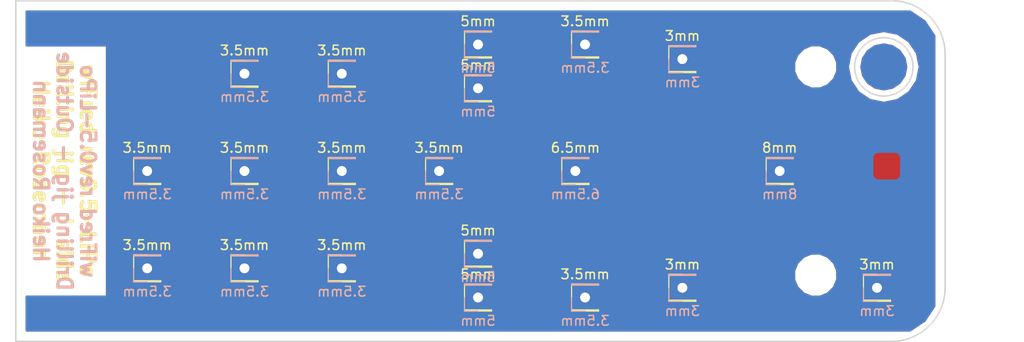
<source format=kicad_pcb>
(kicad_pcb (version 4) (host pcbnew 4.0.7)
  (layers (0 F.Cu signal) (31 B.Cu signal) (34 B.Paste user hide) (35 F.Paste user hide) (36 B.SilkS user) (37 F.SilkS user) (38 B.Mask user hide) (39 F.Mask user hide) (44 Edge.Cuts user))
  (net 0 "")
  (module Pin_Headers:Pin_Header_Straight_1x01_Pitch2.54mm (layer B.Cu) (at 128.5 65)
    (fp_text reference 3.5mm (at 0 2.39) (layer B.SilkS) (effects (justify mirror)))
    (fp_text value Pin_Header_Straight_1x01_Pitch2.54mm)
    (fp_line (start -1.39 -1.27) (end -1.39 -1.39) (layer B.SilkS) (width 0.12))
    (fp_line (start -1.39 -1.39) (end 1.39 -1.39) (layer B.SilkS) (width 0.12))
    (fp_line (start 1.39 -1.39) (end 1.39 -1.27) (layer B.SilkS) (width 0.12))
    (fp_line (start 1.39 -1.27) (end -1.39 -1.27) (layer B.SilkS) (width 0.12))
    (fp_line (start -1.39 0) (end -1.39 1.39) (layer B.SilkS) (width 0.12))
    (fp_line (start -1.39 1.39) (end 0 1.39) (layer B.SilkS) (width 0.12))
    (pad 1 thru_hole rect (at 0 0) (size 1.7 1.7) (drill 1) (layers *.Cu *.Mask))
  )
  (module Pin_Headers:Pin_Header_Straight_1x01_Pitch2.54mm (layer B.Cu) (at 128.5 55)
    (fp_text reference 3.5mm (at 0 2.39) (layer B.SilkS) (effects (justify mirror)))
    (fp_text value Pin_Header_Straight_1x01_Pitch2.54mm)
    (fp_line (start -1.39 -1.27) (end -1.39 -1.39) (layer B.SilkS) (width 0.12))
    (fp_line (start -1.39 -1.39) (end 1.39 -1.39) (layer B.SilkS) (width 0.12))
    (fp_line (start 1.39 -1.39) (end 1.39 -1.27) (layer B.SilkS) (width 0.12))
    (fp_line (start 1.39 -1.27) (end -1.39 -1.27) (layer B.SilkS) (width 0.12))
    (fp_line (start -1.39 0) (end -1.39 1.39) (layer B.SilkS) (width 0.12))
    (fp_line (start -1.39 1.39) (end 0 1.39) (layer B.SilkS) (width 0.12))
    (pad 1 thru_hole rect (at 0 0) (size 1.7 1.7) (drill 1) (layers *.Cu *.Mask))
  )
  (module Pin_Headers:Pin_Header_Straight_1x01_Pitch2.54mm (layer B.Cu) (at 172.5 55)
    (fp_text reference 6.5mm (at 0 2.39) (layer B.SilkS) (effects (justify mirror)))
    (fp_text value Pin_Header_Straight_1x01_Pitch2.54mm)
    (fp_line (start -1.39 -1.27) (end -1.39 -1.39) (layer B.SilkS) (width 0.12))
    (fp_line (start -1.39 -1.39) (end 1.39 -1.39) (layer B.SilkS) (width 0.12))
    (fp_line (start 1.39 -1.39) (end 1.39 -1.27) (layer B.SilkS) (width 0.12))
    (fp_line (start 1.39 -1.27) (end -1.39 -1.27) (layer B.SilkS) (width 0.12))
    (fp_line (start -1.39 0) (end -1.39 1.39) (layer B.SilkS) (width 0.12))
    (fp_line (start -1.39 1.39) (end 0 1.39) (layer B.SilkS) (width 0.12))
    (pad 1 thru_hole rect (at 0 0) (size 1.7 1.7) (drill 1) (layers *.Cu *.Mask))
  )
  (module Pin_Headers:Pin_Header_Straight_1x01_Pitch2.54mm (layer B.Cu) (at 173.5 42)
    (fp_text reference 3.5mm (at 0 2.39) (layer B.SilkS) (effects (justify mirror)))
    (fp_text value Pin_Header_Straight_1x01_Pitch2.54mm)
    (fp_line (start -1.39 -1.27) (end -1.39 -1.39) (layer B.SilkS) (width 0.12))
    (fp_line (start -1.39 -1.39) (end 1.39 -1.39) (layer B.SilkS) (width 0.12))
    (fp_line (start 1.39 -1.39) (end 1.39 -1.27) (layer B.SilkS) (width 0.12))
    (fp_line (start 1.39 -1.27) (end -1.39 -1.27) (layer B.SilkS) (width 0.12))
    (fp_line (start -1.39 0) (end -1.39 1.39) (layer B.SilkS) (width 0.12))
    (fp_line (start -1.39 1.39) (end 0 1.39) (layer B.SilkS) (width 0.12))
    (pad 1 thru_hole rect (at 0 0) (size 1.7 1.7) (drill 1) (layers *.Cu *.Mask))
  )
  (module Pin_Headers:Pin_Header_Straight_1x01_Pitch2.54mm (layer B.Cu) (at 162.5 63.5)
    (fp_text reference 5mm (at 0 2.39) (layer B.SilkS) (effects (justify mirror)))
    (fp_text value Pin_Header_Straight_1x01_Pitch2.54mm)
    (fp_line (start -1.39 -1.27) (end -1.39 -1.39) (layer B.SilkS) (width 0.12))
    (fp_line (start -1.39 -1.39) (end 1.39 -1.39) (layer B.SilkS) (width 0.12))
    (fp_line (start 1.39 -1.39) (end 1.39 -1.27) (layer B.SilkS) (width 0.12))
    (fp_line (start 1.39 -1.27) (end -1.39 -1.27) (layer B.SilkS) (width 0.12))
    (fp_line (start -1.39 0) (end -1.39 1.39) (layer B.SilkS) (width 0.12))
    (fp_line (start -1.39 1.39) (end 0 1.39) (layer B.SilkS) (width 0.12))
    (pad 1 thru_hole rect (at 0 0) (size 1.7 1.7) (drill 1) (layers *.Cu *.Mask))
  )
  (module Pin_Headers:Pin_Header_Straight_1x01_Pitch2.54mm (layer B.Cu) (at 162.5 68)
    (fp_text reference 5mm (at 0 2.39) (layer B.SilkS) (effects (justify mirror)))
    (fp_text value Pin_Header_Straight_1x01_Pitch2.54mm)
    (fp_line (start -1.39 -1.27) (end -1.39 -1.39) (layer B.SilkS) (width 0.12))
    (fp_line (start -1.39 -1.39) (end 1.39 -1.39) (layer B.SilkS) (width 0.12))
    (fp_line (start 1.39 -1.39) (end 1.39 -1.27) (layer B.SilkS) (width 0.12))
    (fp_line (start 1.39 -1.27) (end -1.39 -1.27) (layer B.SilkS) (width 0.12))
    (fp_line (start -1.39 0) (end -1.39 1.39) (layer B.SilkS) (width 0.12))
    (fp_line (start -1.39 1.39) (end 0 1.39) (layer B.SilkS) (width 0.12))
    (pad 1 thru_hole rect (at 0 0) (size 1.7 1.7) (drill 1) (layers *.Cu *.Mask))
  )
  (module Pin_Headers:Pin_Header_Straight_1x01_Pitch2.54mm (layer B.Cu) (at 158.5 55)
    (fp_text reference 3.5mm (at 0 2.39) (layer B.SilkS) (effects (justify mirror)))
    (fp_text value Pin_Header_Straight_1x01_Pitch2.54mm)
    (fp_line (start -1.39 -1.27) (end -1.39 -1.39) (layer B.SilkS) (width 0.12))
    (fp_line (start -1.39 -1.39) (end 1.39 -1.39) (layer B.SilkS) (width 0.12))
    (fp_line (start 1.39 -1.39) (end 1.39 -1.27) (layer B.SilkS) (width 0.12))
    (fp_line (start 1.39 -1.27) (end -1.39 -1.27) (layer B.SilkS) (width 0.12))
    (fp_line (start -1.39 0) (end -1.39 1.39) (layer B.SilkS) (width 0.12))
    (fp_line (start -1.39 1.39) (end 0 1.39) (layer B.SilkS) (width 0.12))
    (pad 1 thru_hole rect (at 0 0) (size 1.7 1.7) (drill 1) (layers *.Cu *.Mask))
  )
  (module Pin_Headers:Pin_Header_Straight_1x01_Pitch2.54mm (layer B.Cu) (at 148.5 45)
    (fp_text reference 3.5mm (at 0 2.39) (layer B.SilkS) (effects (justify mirror)))
    (fp_text value Pin_Header_Straight_1x01_Pitch2.54mm)
    (fp_line (start -1.39 -1.27) (end -1.39 -1.39) (layer B.SilkS) (width 0.12))
    (fp_line (start -1.39 -1.39) (end 1.39 -1.39) (layer B.SilkS) (width 0.12))
    (fp_line (start 1.39 -1.39) (end 1.39 -1.27) (layer B.SilkS) (width 0.12))
    (fp_line (start 1.39 -1.27) (end -1.39 -1.27) (layer B.SilkS) (width 0.12))
    (fp_line (start -1.39 0) (end -1.39 1.39) (layer B.SilkS) (width 0.12))
    (fp_line (start -1.39 1.39) (end 0 1.39) (layer B.SilkS) (width 0.12))
    (pad 1 thru_hole rect (at 0 0) (size 1.7 1.7) (drill 1) (layers *.Cu *.Mask))
  )
  (module Pin_Headers:Pin_Header_Straight_1x01_Pitch2.54mm (layer B.Cu) (at 162.5 46.5)
    (fp_text reference 5mm (at 0 2.39) (layer B.SilkS) (effects (justify mirror)))
    (fp_text value Pin_Header_Straight_1x01_Pitch2.54mm)
    (fp_line (start -1.39 -1.27) (end -1.39 -1.39) (layer B.SilkS) (width 0.12))
    (fp_line (start -1.39 -1.39) (end 1.39 -1.39) (layer B.SilkS) (width 0.12))
    (fp_line (start 1.39 -1.39) (end 1.39 -1.27) (layer B.SilkS) (width 0.12))
    (fp_line (start 1.39 -1.27) (end -1.39 -1.27) (layer B.SilkS) (width 0.12))
    (fp_line (start -1.39 0) (end -1.39 1.39) (layer B.SilkS) (width 0.12))
    (fp_line (start -1.39 1.39) (end 0 1.39) (layer B.SilkS) (width 0.12))
    (pad 1 thru_hole rect (at 0 0) (size 1.7 1.7) (drill 1) (layers *.Cu *.Mask))
  )
  (module Pin_Headers:Pin_Header_Straight_1x01_Pitch2.54mm (layer B.Cu) (at 162.5 42)
    (fp_text reference 5mm (at 0 2.39) (layer B.SilkS) (effects (justify mirror)))
    (fp_text value Pin_Header_Straight_1x01_Pitch2.54mm)
    (fp_line (start -1.39 -1.27) (end -1.39 -1.39) (layer B.SilkS) (width 0.12))
    (fp_line (start -1.39 -1.39) (end 1.39 -1.39) (layer B.SilkS) (width 0.12))
    (fp_line (start 1.39 -1.39) (end 1.39 -1.27) (layer B.SilkS) (width 0.12))
    (fp_line (start 1.39 -1.27) (end -1.39 -1.27) (layer B.SilkS) (width 0.12))
    (fp_line (start -1.39 0) (end -1.39 1.39) (layer B.SilkS) (width 0.12))
    (fp_line (start -1.39 1.39) (end 0 1.39) (layer B.SilkS) (width 0.12))
    (pad 1 thru_hole rect (at 0 0) (size 1.7 1.7) (drill 1) (layers *.Cu *.Mask))
  )
  (module Pin_Headers:Pin_Header_Straight_1x01_Pitch2.54mm (layer B.Cu) (at 148.5 65)
    (fp_text reference 3.5mm (at 0 2.39) (layer B.SilkS) (effects (justify mirror)))
    (fp_text value Pin_Header_Straight_1x01_Pitch2.54mm)
    (fp_line (start -1.39 -1.27) (end -1.39 -1.39) (layer B.SilkS) (width 0.12))
    (fp_line (start -1.39 -1.39) (end 1.39 -1.39) (layer B.SilkS) (width 0.12))
    (fp_line (start 1.39 -1.39) (end 1.39 -1.27) (layer B.SilkS) (width 0.12))
    (fp_line (start 1.39 -1.27) (end -1.39 -1.27) (layer B.SilkS) (width 0.12))
    (fp_line (start -1.39 0) (end -1.39 1.39) (layer B.SilkS) (width 0.12))
    (fp_line (start -1.39 1.39) (end 0 1.39) (layer B.SilkS) (width 0.12))
    (pad 1 thru_hole rect (at 0 0) (size 1.7 1.7) (drill 1) (layers *.Cu *.Mask))
  )
  (module Pin_Headers:Pin_Header_Straight_1x01_Pitch2.54mm (layer B.Cu) (at 148.5 55)
    (fp_text reference 3.5mm (at 0 2.39) (layer B.SilkS) (effects (justify mirror)))
    (fp_text value Pin_Header_Straight_1x01_Pitch2.54mm)
    (fp_line (start -1.39 -1.27) (end -1.39 -1.39) (layer B.SilkS) (width 0.12))
    (fp_line (start -1.39 -1.39) (end 1.39 -1.39) (layer B.SilkS) (width 0.12))
    (fp_line (start 1.39 -1.39) (end 1.39 -1.27) (layer B.SilkS) (width 0.12))
    (fp_line (start 1.39 -1.27) (end -1.39 -1.27) (layer B.SilkS) (width 0.12))
    (fp_line (start -1.39 0) (end -1.39 1.39) (layer B.SilkS) (width 0.12))
    (fp_line (start -1.39 1.39) (end 0 1.39) (layer B.SilkS) (width 0.12))
    (pad 1 thru_hole rect (at 0 0) (size 1.7 1.7) (drill 1) (layers *.Cu *.Mask))
  )
  (module Pin_Headers:Pin_Header_Straight_1x01_Pitch2.54mm (layer B.Cu) (at 138.5 55)
    (fp_text reference 3.5mm (at 0 2.39) (layer B.SilkS) (effects (justify mirror)))
    (fp_text value Pin_Header_Straight_1x01_Pitch2.54mm)
    (fp_line (start -1.39 -1.27) (end -1.39 -1.39) (layer B.SilkS) (width 0.12))
    (fp_line (start -1.39 -1.39) (end 1.39 -1.39) (layer B.SilkS) (width 0.12))
    (fp_line (start 1.39 -1.39) (end 1.39 -1.27) (layer B.SilkS) (width 0.12))
    (fp_line (start 1.39 -1.27) (end -1.39 -1.27) (layer B.SilkS) (width 0.12))
    (fp_line (start -1.39 0) (end -1.39 1.39) (layer B.SilkS) (width 0.12))
    (fp_line (start -1.39 1.39) (end 0 1.39) (layer B.SilkS) (width 0.12))
    (pad 1 thru_hole rect (at 0 0) (size 1.7 1.7) (drill 1) (layers *.Cu *.Mask))
  )
  (module Pin_Headers:Pin_Header_Straight_1x01_Pitch2.54mm (layer B.Cu) (at 138.5 45)
    (fp_text reference 3.5mm (at 0 2.39) (layer B.SilkS) (effects (justify mirror)))
    (fp_text value Pin_Header_Straight_1x01_Pitch2.54mm)
    (fp_line (start -1.39 -1.27) (end -1.39 -1.39) (layer B.SilkS) (width 0.12))
    (fp_line (start -1.39 -1.39) (end 1.39 -1.39) (layer B.SilkS) (width 0.12))
    (fp_line (start 1.39 -1.39) (end 1.39 -1.27) (layer B.SilkS) (width 0.12))
    (fp_line (start 1.39 -1.27) (end -1.39 -1.27) (layer B.SilkS) (width 0.12))
    (fp_line (start -1.39 0) (end -1.39 1.39) (layer B.SilkS) (width 0.12))
    (fp_line (start -1.39 1.39) (end 0 1.39) (layer B.SilkS) (width 0.12))
    (pad 1 thru_hole rect (at 0 0) (size 1.7 1.7) (drill 1) (layers *.Cu *.Mask))
  )
  (module Pin_Headers:Pin_Header_Straight_1x01_Pitch2.54mm (layer B.Cu) (at 138.5 65)
    (fp_text reference 3.5mm (at 0 2.39) (layer B.SilkS) (effects (justify mirror)))
    (fp_text value Pin_Header_Straight_1x01_Pitch2.54mm)
    (fp_line (start -1.39 -1.27) (end -1.39 -1.39) (layer B.SilkS) (width 0.12))
    (fp_line (start -1.39 -1.39) (end 1.39 -1.39) (layer B.SilkS) (width 0.12))
    (fp_line (start 1.39 -1.39) (end 1.39 -1.27) (layer B.SilkS) (width 0.12))
    (fp_line (start 1.39 -1.27) (end -1.39 -1.27) (layer B.SilkS) (width 0.12))
    (fp_line (start -1.39 0) (end -1.39 1.39) (layer B.SilkS) (width 0.12))
    (fp_line (start -1.39 1.39) (end 0 1.39) (layer B.SilkS) (width 0.12))
    (pad 1 thru_hole rect (at 0 0) (size 1.7 1.7) (drill 1) (layers *.Cu *.Mask))
  )
  (module Pin_Headers:Pin_Header_Straight_1x01_Pitch2.54mm (layer B.Cu) (at 173.5 68)
    (fp_text reference 3.5mm (at 0 2.39) (layer B.SilkS) (effects (justify mirror)))
    (fp_text value Pin_Header_Straight_1x01_Pitch2.54mm)
    (fp_line (start -1.39 -1.27) (end -1.39 -1.39) (layer B.SilkS) (width 0.12))
    (fp_line (start -1.39 -1.39) (end 1.39 -1.39) (layer B.SilkS) (width 0.12))
    (fp_line (start 1.39 -1.39) (end 1.39 -1.27) (layer B.SilkS) (width 0.12))
    (fp_line (start 1.39 -1.27) (end -1.39 -1.27) (layer B.SilkS) (width 0.12))
    (fp_line (start -1.39 0) (end -1.39 1.39) (layer B.SilkS) (width 0.12))
    (fp_line (start -1.39 1.39) (end 0 1.39) (layer B.SilkS) (width 0.12))
    (pad 1 thru_hole rect (at 0 0) (size 1.7 1.7) (drill 1) (layers *.Cu *.Mask))
  )
  (module Pin_Headers:Pin_Header_Straight_1x01_Pitch2.54mm (layer B.Cu) (at 183.5 67)
    (fp_text reference 3mm (at 0 2.39) (layer B.SilkS) (effects (justify mirror)))
    (fp_text value Pin_Header_Straight_1x01_Pitch2.54mm)
    (fp_line (start -1.39 -1.27) (end -1.39 -1.39) (layer B.SilkS) (width 0.12))
    (fp_line (start -1.39 -1.39) (end 1.39 -1.39) (layer B.SilkS) (width 0.12))
    (fp_line (start 1.39 -1.39) (end 1.39 -1.27) (layer B.SilkS) (width 0.12))
    (fp_line (start 1.39 -1.27) (end -1.39 -1.27) (layer B.SilkS) (width 0.12))
    (fp_line (start -1.39 0) (end -1.39 1.39) (layer B.SilkS) (width 0.12))
    (fp_line (start -1.39 1.39) (end 0 1.39) (layer B.SilkS) (width 0.12))
    (pad 1 thru_hole rect (at 0 0) (size 1.7 1.7) (drill 1) (layers *.Cu *.Mask))
  )
  (module Pin_Headers:Pin_Header_Straight_1x01_Pitch2.54mm (layer B.Cu) (at 183.5 43.5)
    (fp_text reference 3mm (at 0 2.39) (layer B.SilkS) (effects (justify mirror)))
    (fp_text value Pin_Header_Straight_1x01_Pitch2.54mm)
    (fp_line (start -1.39 -1.27) (end -1.39 -1.39) (layer B.SilkS) (width 0.12))
    (fp_line (start -1.39 -1.39) (end 1.39 -1.39) (layer B.SilkS) (width 0.12))
    (fp_line (start 1.39 -1.39) (end 1.39 -1.27) (layer B.SilkS) (width 0.12))
    (fp_line (start 1.39 -1.27) (end -1.39 -1.27) (layer B.SilkS) (width 0.12))
    (fp_line (start -1.39 0) (end -1.39 1.39) (layer B.SilkS) (width 0.12))
    (fp_line (start -1.39 1.39) (end 0 1.39) (layer B.SilkS) (width 0.12))
    (pad 1 thru_hole rect (at 0 0) (size 1.7 1.7) (drill 1) (layers *.Cu *.Mask))
  )
  (module Pin_Headers:Pin_Header_Straight_1x01_Pitch2.54mm (layer B.Cu) (at 193.5 55)
    (fp_text reference 8mm (at 0 2.39) (layer B.SilkS) (effects (justify mirror)))
    (fp_text value Pin_Header_Straight_1x01_Pitch2.54mm)
    (fp_line (start -1.39 -1.27) (end -1.39 -1.39) (layer B.SilkS) (width 0.12))
    (fp_line (start -1.39 -1.39) (end 1.39 -1.39) (layer B.SilkS) (width 0.12))
    (fp_line (start 1.39 -1.39) (end 1.39 -1.27) (layer B.SilkS) (width 0.12))
    (fp_line (start 1.39 -1.27) (end -1.39 -1.27) (layer B.SilkS) (width 0.12))
    (fp_line (start -1.39 0) (end -1.39 1.39) (layer B.SilkS) (width 0.12))
    (fp_line (start -1.39 1.39) (end 0 1.39) (layer B.SilkS) (width 0.12))
    (pad 1 thru_hole rect (at 0 0) (size 1.7 1.7) (drill 1) (layers *.Cu *.Mask))
  )
  (module Pin_Headers:Pin_Header_Straight_1x01_Pitch2.54mm (layer B.Cu) (at 203.5 67)
    (fp_text reference 3mm (at 0 2.39) (layer B.SilkS) (effects (justify mirror)))
    (fp_text value Pin_Header_Straight_1x01_Pitch2.54mm)
    (fp_line (start -1.39 -1.27) (end -1.39 -1.39) (layer B.SilkS) (width 0.12))
    (fp_line (start -1.39 -1.39) (end 1.39 -1.39) (layer B.SilkS) (width 0.12))
    (fp_line (start 1.39 -1.39) (end 1.39 -1.27) (layer B.SilkS) (width 0.12))
    (fp_line (start 1.39 -1.27) (end -1.39 -1.27) (layer B.SilkS) (width 0.12))
    (fp_line (start -1.39 0) (end -1.39 1.39) (layer B.SilkS) (width 0.12))
    (fp_line (start -1.39 1.39) (end 0 1.39) (layer B.SilkS) (width 0.12))
    (pad 1 thru_hole rect (at 0 0) (size 1.7 1.7) (drill 1) (layers *.Cu *.Mask))
  )
  (module Pin_Headers:Pin_Header_Straight_1x01_Pitch2.54mm (layer F.Cu) (at 128.5 55)
    (fp_text reference 3.5mm (at 0 -2.39) (layer F.SilkS))
    (fp_text value Pin_Header_Straight_1x01_Pitch2.54mm)
    (fp_line (start -1.39 1.27) (end -1.39 1.39) (layer F.SilkS) (width 0.12))
    (fp_line (start -1.39 1.39) (end 1.39 1.39) (layer F.SilkS) (width 0.12))
    (fp_line (start 1.39 1.39) (end 1.39 1.27) (layer F.SilkS) (width 0.12))
    (fp_line (start 1.39 1.27) (end -1.39 1.27) (layer F.SilkS) (width 0.12))
    (fp_line (start -1.39 0) (end -1.39 -1.39) (layer F.SilkS) (width 0.12))
    (fp_line (start -1.39 -1.39) (end 0 -1.39) (layer F.SilkS) (width 0.12))
    (pad 1 thru_hole rect (at 0 0) (size 1.7 1.7) (drill 1) (layers *.Cu *.Mask))
  )
  (module Pin_Headers:Pin_Header_Straight_1x01_Pitch2.54mm (layer F.Cu) (at 128.5 65)
    (fp_text reference 3.5mm (at 0 -2.39) (layer F.SilkS))
    (fp_text value Pin_Header_Straight_1x01_Pitch2.54mm)
    (fp_line (start -1.39 1.27) (end -1.39 1.39) (layer F.SilkS) (width 0.12))
    (fp_line (start -1.39 1.39) (end 1.39 1.39) (layer F.SilkS) (width 0.12))
    (fp_line (start 1.39 1.39) (end 1.39 1.27) (layer F.SilkS) (width 0.12))
    (fp_line (start 1.39 1.27) (end -1.39 1.27) (layer F.SilkS) (width 0.12))
    (fp_line (start -1.39 0) (end -1.39 -1.39) (layer F.SilkS) (width 0.12))
    (fp_line (start -1.39 -1.39) (end 0 -1.39) (layer F.SilkS) (width 0.12))
    (pad 1 thru_hole rect (at 0 0) (size 1.7 1.7) (drill 1) (layers *.Cu *.Mask))
  )
  (module Pin_Headers:Pin_Header_Straight_1x01_Pitch2.54mm (layer F.Cu) (at 138.5 65)
    (fp_text reference 3.5mm (at 0 -2.39) (layer F.SilkS))
    (fp_text value Pin_Header_Straight_1x01_Pitch2.54mm)
    (fp_line (start -1.39 1.27) (end -1.39 1.39) (layer F.SilkS) (width 0.12))
    (fp_line (start -1.39 1.39) (end 1.39 1.39) (layer F.SilkS) (width 0.12))
    (fp_line (start 1.39 1.39) (end 1.39 1.27) (layer F.SilkS) (width 0.12))
    (fp_line (start 1.39 1.27) (end -1.39 1.27) (layer F.SilkS) (width 0.12))
    (fp_line (start -1.39 0) (end -1.39 -1.39) (layer F.SilkS) (width 0.12))
    (fp_line (start -1.39 -1.39) (end 0 -1.39) (layer F.SilkS) (width 0.12))
    (pad 1 thru_hole rect (at 0 0) (size 1.7 1.7) (drill 1) (layers *.Cu *.Mask))
  )
  (module Pin_Headers:Pin_Header_Straight_1x01_Pitch2.54mm (layer F.Cu) (at 138.5 55)
    (fp_text reference 3.5mm (at 0 -2.39) (layer F.SilkS))
    (fp_text value Pin_Header_Straight_1x01_Pitch2.54mm)
    (fp_line (start -1.39 1.27) (end -1.39 1.39) (layer F.SilkS) (width 0.12))
    (fp_line (start -1.39 1.39) (end 1.39 1.39) (layer F.SilkS) (width 0.12))
    (fp_line (start 1.39 1.39) (end 1.39 1.27) (layer F.SilkS) (width 0.12))
    (fp_line (start 1.39 1.27) (end -1.39 1.27) (layer F.SilkS) (width 0.12))
    (fp_line (start -1.39 0) (end -1.39 -1.39) (layer F.SilkS) (width 0.12))
    (fp_line (start -1.39 -1.39) (end 0 -1.39) (layer F.SilkS) (width 0.12))
    (pad 1 thru_hole rect (at 0 0) (size 1.7 1.7) (drill 1) (layers *.Cu *.Mask))
  )
  (module Pin_Headers:Pin_Header_Straight_1x01_Pitch2.54mm (layer F.Cu) (at 138.5 45)
    (fp_text reference 3.5mm (at 0 -2.39) (layer F.SilkS))
    (fp_text value Pin_Header_Straight_1x01_Pitch2.54mm)
    (fp_line (start -1.39 1.27) (end -1.39 1.39) (layer F.SilkS) (width 0.12))
    (fp_line (start -1.39 1.39) (end 1.39 1.39) (layer F.SilkS) (width 0.12))
    (fp_line (start 1.39 1.39) (end 1.39 1.27) (layer F.SilkS) (width 0.12))
    (fp_line (start 1.39 1.27) (end -1.39 1.27) (layer F.SilkS) (width 0.12))
    (fp_line (start -1.39 0) (end -1.39 -1.39) (layer F.SilkS) (width 0.12))
    (fp_line (start -1.39 -1.39) (end 0 -1.39) (layer F.SilkS) (width 0.12))
    (pad 1 thru_hole rect (at 0 0) (size 1.7 1.7) (drill 1) (layers *.Cu *.Mask))
  )
  (module Pin_Headers:Pin_Header_Straight_1x01_Pitch2.54mm (layer F.Cu) (at 148.5 65)
    (fp_text reference 3.5mm (at 0 -2.39) (layer F.SilkS))
    (fp_text value Pin_Header_Straight_1x01_Pitch2.54mm)
    (fp_line (start -1.39 1.27) (end -1.39 1.39) (layer F.SilkS) (width 0.12))
    (fp_line (start -1.39 1.39) (end 1.39 1.39) (layer F.SilkS) (width 0.12))
    (fp_line (start 1.39 1.39) (end 1.39 1.27) (layer F.SilkS) (width 0.12))
    (fp_line (start 1.39 1.27) (end -1.39 1.27) (layer F.SilkS) (width 0.12))
    (fp_line (start -1.39 0) (end -1.39 -1.39) (layer F.SilkS) (width 0.12))
    (fp_line (start -1.39 -1.39) (end 0 -1.39) (layer F.SilkS) (width 0.12))
    (pad 1 thru_hole rect (at 0 0) (size 1.7 1.7) (drill 1) (layers *.Cu *.Mask))
  )
  (module Pin_Headers:Pin_Header_Straight_1x01_Pitch2.54mm (layer F.Cu) (at 148.5 55)
    (fp_text reference 3.5mm (at 0 -2.39) (layer F.SilkS))
    (fp_text value Pin_Header_Straight_1x01_Pitch2.54mm)
    (fp_line (start -1.39 1.27) (end -1.39 1.39) (layer F.SilkS) (width 0.12))
    (fp_line (start -1.39 1.39) (end 1.39 1.39) (layer F.SilkS) (width 0.12))
    (fp_line (start 1.39 1.39) (end 1.39 1.27) (layer F.SilkS) (width 0.12))
    (fp_line (start 1.39 1.27) (end -1.39 1.27) (layer F.SilkS) (width 0.12))
    (fp_line (start -1.39 0) (end -1.39 -1.39) (layer F.SilkS) (width 0.12))
    (fp_line (start -1.39 -1.39) (end 0 -1.39) (layer F.SilkS) (width 0.12))
    (pad 1 thru_hole rect (at 0 0) (size 1.7 1.7) (drill 1) (layers *.Cu *.Mask))
  )
  (module Pin_Headers:Pin_Header_Straight_1x01_Pitch2.54mm (layer F.Cu) (at 148.5 45)
    (fp_text reference 3.5mm (at 0 -2.39) (layer F.SilkS))
    (fp_text value Pin_Header_Straight_1x01_Pitch2.54mm)
    (fp_line (start -1.39 1.27) (end -1.39 1.39) (layer F.SilkS) (width 0.12))
    (fp_line (start -1.39 1.39) (end 1.39 1.39) (layer F.SilkS) (width 0.12))
    (fp_line (start 1.39 1.39) (end 1.39 1.27) (layer F.SilkS) (width 0.12))
    (fp_line (start 1.39 1.27) (end -1.39 1.27) (layer F.SilkS) (width 0.12))
    (fp_line (start -1.39 0) (end -1.39 -1.39) (layer F.SilkS) (width 0.12))
    (fp_line (start -1.39 -1.39) (end 0 -1.39) (layer F.SilkS) (width 0.12))
    (pad 1 thru_hole rect (at 0 0) (size 1.7 1.7) (drill 1) (layers *.Cu *.Mask))
  )
  (module Pin_Headers:Pin_Header_Straight_1x01_Pitch2.54mm (layer F.Cu) (at 158.5 55)
    (fp_text reference 3.5mm (at 0 -2.39) (layer F.SilkS))
    (fp_text value Pin_Header_Straight_1x01_Pitch2.54mm)
    (fp_line (start -1.39 1.27) (end -1.39 1.39) (layer F.SilkS) (width 0.12))
    (fp_line (start -1.39 1.39) (end 1.39 1.39) (layer F.SilkS) (width 0.12))
    (fp_line (start 1.39 1.39) (end 1.39 1.27) (layer F.SilkS) (width 0.12))
    (fp_line (start 1.39 1.27) (end -1.39 1.27) (layer F.SilkS) (width 0.12))
    (fp_line (start -1.39 0) (end -1.39 -1.39) (layer F.SilkS) (width 0.12))
    (fp_line (start -1.39 -1.39) (end 0 -1.39) (layer F.SilkS) (width 0.12))
    (pad 1 thru_hole rect (at 0 0) (size 1.7 1.7) (drill 1) (layers *.Cu *.Mask))
  )
  (module Pin_Headers:Pin_Header_Straight_1x01_Pitch2.54mm (layer F.Cu) (at 173.5 68)
    (fp_text reference 3.5mm (at 0 -2.39) (layer F.SilkS))
    (fp_text value Pin_Header_Straight_1x01_Pitch2.54mm)
    (fp_line (start -1.39 1.27) (end -1.39 1.39) (layer F.SilkS) (width 0.12))
    (fp_line (start -1.39 1.39) (end 1.39 1.39) (layer F.SilkS) (width 0.12))
    (fp_line (start 1.39 1.39) (end 1.39 1.27) (layer F.SilkS) (width 0.12))
    (fp_line (start 1.39 1.27) (end -1.39 1.27) (layer F.SilkS) (width 0.12))
    (fp_line (start -1.39 0) (end -1.39 -1.39) (layer F.SilkS) (width 0.12))
    (fp_line (start -1.39 -1.39) (end 0 -1.39) (layer F.SilkS) (width 0.12))
    (pad 1 thru_hole rect (at 0 0) (size 1.7 1.7) (drill 1) (layers *.Cu *.Mask))
  )
  (module Pin_Headers:Pin_Header_Straight_1x01_Pitch2.54mm (layer F.Cu) (at 173.5 42)
    (fp_text reference 3.5mm (at 0 -2.39) (layer F.SilkS))
    (fp_text value Pin_Header_Straight_1x01_Pitch2.54mm)
    (fp_line (start -1.39 1.27) (end -1.39 1.39) (layer F.SilkS) (width 0.12))
    (fp_line (start -1.39 1.39) (end 1.39 1.39) (layer F.SilkS) (width 0.12))
    (fp_line (start 1.39 1.39) (end 1.39 1.27) (layer F.SilkS) (width 0.12))
    (fp_line (start 1.39 1.27) (end -1.39 1.27) (layer F.SilkS) (width 0.12))
    (fp_line (start -1.39 0) (end -1.39 -1.39) (layer F.SilkS) (width 0.12))
    (fp_line (start -1.39 -1.39) (end 0 -1.39) (layer F.SilkS) (width 0.12))
    (pad 1 thru_hole rect (at 0 0) (size 1.7 1.7) (drill 1) (layers *.Cu *.Mask))
  )
  (module Pin_Headers:Pin_Header_Straight_1x01_Pitch2.54mm (layer F.Cu) (at 162.5 42)
    (fp_text reference 5mm (at 0 -2.39) (layer F.SilkS))
    (fp_text value Pin_Header_Straight_1x01_Pitch2.54mm)
    (fp_line (start -1.39 1.27) (end -1.39 1.39) (layer F.SilkS) (width 0.12))
    (fp_line (start -1.39 1.39) (end 1.39 1.39) (layer F.SilkS) (width 0.12))
    (fp_line (start 1.39 1.39) (end 1.39 1.27) (layer F.SilkS) (width 0.12))
    (fp_line (start 1.39 1.27) (end -1.39 1.27) (layer F.SilkS) (width 0.12))
    (fp_line (start -1.39 0) (end -1.39 -1.39) (layer F.SilkS) (width 0.12))
    (fp_line (start -1.39 -1.39) (end 0 -1.39) (layer F.SilkS) (width 0.12))
    (pad 1 thru_hole rect (at 0 0) (size 1.7 1.7) (drill 1) (layers *.Cu *.Mask))
  )
  (module Pin_Headers:Pin_Header_Straight_1x01_Pitch2.54mm (layer F.Cu) (at 162.5 46.5)
    (fp_text reference 5mm (at 0 -2.39) (layer F.SilkS))
    (fp_text value Pin_Header_Straight_1x01_Pitch2.54mm)
    (fp_line (start -1.39 1.27) (end -1.39 1.39) (layer F.SilkS) (width 0.12))
    (fp_line (start -1.39 1.39) (end 1.39 1.39) (layer F.SilkS) (width 0.12))
    (fp_line (start 1.39 1.39) (end 1.39 1.27) (layer F.SilkS) (width 0.12))
    (fp_line (start 1.39 1.27) (end -1.39 1.27) (layer F.SilkS) (width 0.12))
    (fp_line (start -1.39 0) (end -1.39 -1.39) (layer F.SilkS) (width 0.12))
    (fp_line (start -1.39 -1.39) (end 0 -1.39) (layer F.SilkS) (width 0.12))
    (pad 1 thru_hole rect (at 0 0) (size 1.7 1.7) (drill 1) (layers *.Cu *.Mask))
  )
  (module Pin_Headers:Pin_Header_Straight_1x01_Pitch2.54mm (layer F.Cu) (at 162.5 63.5)
    (fp_text reference 5mm (at 0 -2.39) (layer F.SilkS))
    (fp_text value Pin_Header_Straight_1x01_Pitch2.54mm)
    (fp_line (start -1.39 1.27) (end -1.39 1.39) (layer F.SilkS) (width 0.12))
    (fp_line (start -1.39 1.39) (end 1.39 1.39) (layer F.SilkS) (width 0.12))
    (fp_line (start 1.39 1.39) (end 1.39 1.27) (layer F.SilkS) (width 0.12))
    (fp_line (start 1.39 1.27) (end -1.39 1.27) (layer F.SilkS) (width 0.12))
    (fp_line (start -1.39 0) (end -1.39 -1.39) (layer F.SilkS) (width 0.12))
    (fp_line (start -1.39 -1.39) (end 0 -1.39) (layer F.SilkS) (width 0.12))
    (pad 1 thru_hole rect (at 0 0) (size 1.7 1.7) (drill 1) (layers *.Cu *.Mask))
  )
  (module Pin_Headers:Pin_Header_Straight_1x01_Pitch2.54mm (layer F.Cu) (at 162.5 68)
    (fp_text reference 5mm (at 0 -2.39) (layer F.SilkS))
    (fp_text value Pin_Header_Straight_1x01_Pitch2.54mm)
    (fp_line (start -1.39 1.27) (end -1.39 1.39) (layer F.SilkS) (width 0.12))
    (fp_line (start -1.39 1.39) (end 1.39 1.39) (layer F.SilkS) (width 0.12))
    (fp_line (start 1.39 1.39) (end 1.39 1.27) (layer F.SilkS) (width 0.12))
    (fp_line (start 1.39 1.27) (end -1.39 1.27) (layer F.SilkS) (width 0.12))
    (fp_line (start -1.39 0) (end -1.39 -1.39) (layer F.SilkS) (width 0.12))
    (fp_line (start -1.39 -1.39) (end 0 -1.39) (layer F.SilkS) (width 0.12))
    (pad 1 thru_hole rect (at 0 0) (size 1.7 1.7) (drill 1) (layers *.Cu *.Mask))
  )
  (module Pin_Headers:Pin_Header_Straight_1x01_Pitch2.54mm (layer F.Cu) (at 172.5 55)
    (fp_text reference 6.5mm (at 0 -2.39) (layer F.SilkS))
    (fp_text value Pin_Header_Straight_1x01_Pitch2.54mm)
    (fp_line (start -1.39 1.27) (end -1.39 1.39) (layer F.SilkS) (width 0.12))
    (fp_line (start -1.39 1.39) (end 1.39 1.39) (layer F.SilkS) (width 0.12))
    (fp_line (start 1.39 1.39) (end 1.39 1.27) (layer F.SilkS) (width 0.12))
    (fp_line (start 1.39 1.27) (end -1.39 1.27) (layer F.SilkS) (width 0.12))
    (fp_line (start -1.39 0) (end -1.39 -1.39) (layer F.SilkS) (width 0.12))
    (fp_line (start -1.39 -1.39) (end 0 -1.39) (layer F.SilkS) (width 0.12))
    (pad 1 thru_hole rect (at 0 0) (size 1.7 1.7) (drill 1) (layers *.Cu *.Mask))
  )
  (module Pin_Headers:Pin_Header_Straight_1x01_Pitch2.54mm (layer F.Cu) (at 193.5 55)
    (fp_text reference 8mm (at 0 -2.39) (layer F.SilkS))
    (fp_text value Pin_Header_Straight_1x01_Pitch2.54mm)
    (fp_line (start -1.39 1.27) (end -1.39 1.39) (layer F.SilkS) (width 0.12))
    (fp_line (start -1.39 1.39) (end 1.39 1.39) (layer F.SilkS) (width 0.12))
    (fp_line (start 1.39 1.39) (end 1.39 1.27) (layer F.SilkS) (width 0.12))
    (fp_line (start 1.39 1.27) (end -1.39 1.27) (layer F.SilkS) (width 0.12))
    (fp_line (start -1.39 0) (end -1.39 -1.39) (layer F.SilkS) (width 0.12))
    (fp_line (start -1.39 -1.39) (end 0 -1.39) (layer F.SilkS) (width 0.12))
    (pad 1 thru_hole rect (at 0 0) (size 1.7 1.7) (drill 1) (layers *.Cu *.Mask))
  )
  (module Pin_Headers:Pin_Header_Straight_1x01_Pitch2.54mm (layer F.Cu) (at 183.5 43.5)
    (fp_text reference 3mm (at 0 -2.39) (layer F.SilkS))
    (fp_text value Pin_Header_Straight_1x01_Pitch2.54mm)
    (fp_line (start -1.39 1.27) (end -1.39 1.39) (layer F.SilkS) (width 0.12))
    (fp_line (start -1.39 1.39) (end 1.39 1.39) (layer F.SilkS) (width 0.12))
    (fp_line (start 1.39 1.39) (end 1.39 1.27) (layer F.SilkS) (width 0.12))
    (fp_line (start 1.39 1.27) (end -1.39 1.27) (layer F.SilkS) (width 0.12))
    (fp_line (start -1.39 0) (end -1.39 -1.39) (layer F.SilkS) (width 0.12))
    (fp_line (start -1.39 -1.39) (end 0 -1.39) (layer F.SilkS) (width 0.12))
    (pad 1 thru_hole rect (at 0 0) (size 1.7 1.7) (drill 1) (layers *.Cu *.Mask))
  )
  (module Pin_Headers:Pin_Header_Straight_1x01_Pitch2.54mm (layer F.Cu) (at 183.5 67)
    (fp_text reference 3mm (at 0 -2.39) (layer F.SilkS))
    (fp_text value Pin_Header_Straight_1x01_Pitch2.54mm)
    (fp_line (start -1.39 1.27) (end -1.39 1.39) (layer F.SilkS) (width 0.12))
    (fp_line (start -1.39 1.39) (end 1.39 1.39) (layer F.SilkS) (width 0.12))
    (fp_line (start 1.39 1.39) (end 1.39 1.27) (layer F.SilkS) (width 0.12))
    (fp_line (start 1.39 1.27) (end -1.39 1.27) (layer F.SilkS) (width 0.12))
    (fp_line (start -1.39 0) (end -1.39 -1.39) (layer F.SilkS) (width 0.12))
    (fp_line (start -1.39 -1.39) (end 0 -1.39) (layer F.SilkS) (width 0.12))
    (pad 1 thru_hole rect (at 0 0) (size 1.7 1.7) (drill 1) (layers *.Cu *.Mask))
  )
  (module Mounting_Holes:MountingHole_3.2mm_M3_DIN965 (layer F.Cu) (at 197.2 65.7)
    (fp_text reference REF** hide)
    (fp_text value MountingHole_3.2mm_M3_DIN965 hide)
    (pad 1 np_thru_hole circle (at 0 0) (size 3.2 3.2) (drill 3.2) (layers *.Cu *.Mask F.SilkS))
  )
  (module Mounting_Holes:MountingHole_3.2mm_M3_DIN965 (layer F.Cu) (at 197.2 44.3)
    (fp_text reference REF** hide)
    (fp_text value MountingHole_3.2mm_M3_DIN965 hide)
    (pad 1 np_thru_hole circle (at 0 0) (size 3.2 3.2) (drill 3.2) (layers *.Cu *.Mask F.SilkS))
  )
  (module Pin_Headers:Pin_Header_Straight_1x01_Pitch2.54mm (layer F.Cu) (at 203.5 67)
    (fp_text reference 3mm (at 0 -2.39) (layer F.SilkS))
    (fp_text value Pin_Header_Straight_1x01_Pitch2.54mm)
    (fp_line (start -1.39 1.27) (end -1.39 1.39) (layer F.SilkS) (width 0.12))
    (fp_line (start -1.39 1.39) (end 1.39 1.39) (layer F.SilkS) (width 0.12))
    (fp_line (start 1.39 1.39) (end 1.39 1.27) (layer F.SilkS) (width 0.12))
    (fp_line (start 1.39 1.27) (end -1.39 1.27) (layer F.SilkS) (width 0.12))
    (fp_line (start -1.39 0) (end -1.39 -1.39) (layer F.SilkS) (width 0.12))
    (fp_line (start -1.39 -1.39) (end 0 -1.39) (layer F.SilkS) (width 0.12))
    (pad 1 thru_hole rect (at 0 0) (size 1.7 1.7) (drill 1) (layers *.Cu *.Mask))
  )
  (gr_text "wiFred rev0.5-LiPo\nDrilling jig - Inside\nHeiko Rosemann" (at 120 55 270) (layer F.Cu) (effects (font (size 1.5 1.5) (thickness 0.3))))
  (gr_text "wiFred rev0.5-LiPo\nDrilling jig - Outside\nHeiko Rosemann" (at 120 55 270) (layer B.Cu) (effects (font (size 1.5 1.5) (thickness 0.3)) (justify mirror)))
  (gr_text "wiFred rev0.5-LiPo\nDrilling jig - Outside\nHeiko Rosemann" (at 120 55 270) (layer B.SilkS) (effects (font (size 1.5 1.5) (thickness 0.3)) (justify mirror)))
  (gr_text "wiFred rev0.5-LiPo\nDrilling jig - Inside\nHeiko Rosemann" (at 120 55 270) (layer F.SilkS) (effects (font (size 1.5 1.5) (thickness 0.3))))
  (gr_line (start 115 37.5) (end 115 72.5) (layer Edge.Cuts) (width 0.15))
  (gr_circle (center 204.2 44.3) (end 204.2 47.3) (layer Edge.Cuts) (width 0.15))
  (gr_line (start 115 37.5) (end 205 37.5) (layer Edge.Cuts) (width 0.15))
  (gr_arc (start 205 43) (end 205 37.5) (angle 90) (layer Edge.Cuts) (width 0.15))
  (gr_line (start 210.5 43) (end 210.5 67) (layer Edge.Cuts) (width 0.15))
  (gr_line (start 205 72.5) (end 115 72.5) (layer Edge.Cuts) (width 0.15))
  (gr_arc (start 205 67) (end 210.5 67) (angle 90) (layer Edge.Cuts) (width 0.15))
  (zone (net 0) (net_name "") (layer B.Cu) (connect_pads (clearance 0.508)) (min_thickness 0.254) (fill yes (arc_segments 16) (thermal_gap 0.508) (thermal_bridge_width 0.508))
    (polygon (pts (xy 116 38.5) (xy 209.5 38.5) (xy 209.5 71.5) (xy 116 71.5)))
  )
  (zone (net 0) (net_name "") (layer F.Cu) (connect_pads (clearance 0.508)) (min_thickness 0.254) (fill yes (arc_segments 16) (thermal_gap 0.508) (thermal_bridge_width 0.508))
    (polygon (pts (xy 116 38.5) (xy 209.5 38.5) (xy 209.5 71.5) (xy 116 71.5)))
  )
)
</source>
